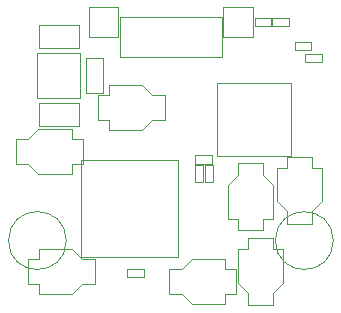
<source format=gbr>
%TF.GenerationSoftware,KiCad,Pcbnew,6.0.9*%
%TF.CreationDate,2022-12-15T21:13:34+01:00*%
%TF.ProjectId,Expansion_Card,45787061-6e73-4696-9f6e-5f436172642e,X1*%
%TF.SameCoordinates,Original*%
%TF.FileFunction,Other,User*%
%FSLAX46Y46*%
G04 Gerber Fmt 4.6, Leading zero omitted, Abs format (unit mm)*
G04 Created by KiCad (PCBNEW 6.0.9) date 2022-12-15 21:13:34*
%MOMM*%
%LPD*%
G01*
G04 APERTURE LIST*
%ADD10C,0.050000*%
G04 APERTURE END LIST*
D10*
%TO.C,U3*%
X140625000Y-147900000D02*
X140625000Y-139700000D01*
X140625000Y-139700000D02*
X132425000Y-139700000D01*
X132425000Y-147900000D02*
X140625000Y-147900000D01*
X132425000Y-139700000D02*
X132425000Y-147900000D01*
%TO.C,U2*%
X150150000Y-133175000D02*
X143950000Y-133175000D01*
X143950000Y-139375000D02*
X150150000Y-139375000D01*
X143950000Y-133175000D02*
X143950000Y-139375000D01*
X150150000Y-139375000D02*
X150150000Y-133175000D01*
%TO.C,R23*%
X142875000Y-140100000D02*
X143575000Y-140100000D01*
X143575000Y-141500000D02*
X142875000Y-141500000D01*
X143575000Y-140100000D02*
X143575000Y-141500000D01*
X142875000Y-141500000D02*
X142875000Y-140100000D01*
%TO.C,R22*%
X137700000Y-148900000D02*
X137700000Y-149600000D01*
X136300000Y-149600000D02*
X136300000Y-148900000D01*
X137700000Y-149600000D02*
X136300000Y-149600000D01*
X136300000Y-148900000D02*
X137700000Y-148900000D01*
%TO.C,R21*%
X142750000Y-141500000D02*
X142050000Y-141500000D01*
X142050000Y-140100000D02*
X142750000Y-140100000D01*
X142050000Y-141500000D02*
X142050000Y-140100000D01*
X142750000Y-140100000D02*
X142750000Y-141500000D01*
%TO.C,R4*%
X143450000Y-139975000D02*
X142050000Y-139975000D01*
X142050000Y-139275000D02*
X143450000Y-139275000D01*
X143450000Y-139275000D02*
X143450000Y-139975000D01*
X142050000Y-139975000D02*
X142050000Y-139275000D01*
%TO.C,R3*%
X148500000Y-128350000D02*
X147100000Y-128350000D01*
X147100000Y-127650000D02*
X148500000Y-127650000D01*
X148500000Y-127650000D02*
X148500000Y-128350000D01*
X147100000Y-128350000D02*
X147100000Y-127650000D01*
%TO.C,R2*%
X150475000Y-130400000D02*
X150475000Y-129700000D01*
X151875000Y-129700000D02*
X151875000Y-130400000D01*
X150475000Y-129700000D02*
X151875000Y-129700000D01*
X151875000Y-130400000D02*
X150475000Y-130400000D01*
%TO.C,D2*%
X148600000Y-127650000D02*
X150000000Y-127650000D01*
X150000000Y-128350000D02*
X148600000Y-128350000D01*
X150000000Y-127650000D02*
X150000000Y-128350000D01*
X148600000Y-128350000D02*
X148600000Y-127650000D01*
%TO.C,D1*%
X151400000Y-130700000D02*
X152800000Y-130700000D01*
X152800000Y-131400000D02*
X151400000Y-131400000D01*
X152800000Y-130700000D02*
X152800000Y-131400000D01*
X151400000Y-131400000D02*
X151400000Y-130700000D01*
%TO.C,C19*%
X145725000Y-150055000D02*
X145725000Y-147225000D01*
X145725000Y-147225000D02*
X146575000Y-147225000D01*
X146575000Y-146275000D02*
X148675000Y-146275000D01*
X146575000Y-147225000D02*
X146575000Y-146275000D01*
X148675000Y-150905000D02*
X149525000Y-150055000D01*
X146575000Y-151975000D02*
X148675000Y-151975000D01*
X149525000Y-150055000D02*
X149525000Y-147225000D01*
X146575000Y-150905000D02*
X146575000Y-151975000D01*
X148675000Y-146275000D02*
X148675000Y-147225000D01*
X148675000Y-151975000D02*
X148675000Y-150905000D01*
X146575000Y-150905000D02*
X145725000Y-150055000D01*
X148675000Y-147225000D02*
X149525000Y-147225000D01*
%TO.C,C16*%
X134750000Y-134150000D02*
X134750000Y-133300000D01*
X138430000Y-136250000D02*
X137580000Y-137100000D01*
X139500000Y-134150000D02*
X138430000Y-134150000D01*
X133800000Y-134150000D02*
X134750000Y-134150000D01*
X138430000Y-136250000D02*
X139500000Y-136250000D01*
X137580000Y-133300000D02*
X134750000Y-133300000D01*
X139500000Y-136250000D02*
X139500000Y-134150000D01*
X138430000Y-134150000D02*
X137580000Y-133300000D01*
X134750000Y-136250000D02*
X133800000Y-136250000D01*
X133800000Y-136250000D02*
X133800000Y-134150000D01*
X134750000Y-137100000D02*
X134750000Y-136250000D01*
X137580000Y-137100000D02*
X134750000Y-137100000D01*
%TO.C,C15*%
X131625000Y-140025000D02*
X131625000Y-140875000D01*
X127945000Y-137925000D02*
X128795000Y-137075000D01*
X126875000Y-140025000D02*
X127945000Y-140025000D01*
X132575000Y-140025000D02*
X131625000Y-140025000D01*
X127945000Y-137925000D02*
X126875000Y-137925000D01*
X128795000Y-140875000D02*
X131625000Y-140875000D01*
X126875000Y-137925000D02*
X126875000Y-140025000D01*
X127945000Y-140025000D02*
X128795000Y-140875000D01*
X131625000Y-137925000D02*
X132575000Y-137925000D01*
X132575000Y-137925000D02*
X132575000Y-140025000D01*
X131625000Y-137075000D02*
X131625000Y-137925000D01*
X128795000Y-137075000D02*
X131625000Y-137075000D01*
%TO.C,C6*%
X148975000Y-143180000D02*
X148975000Y-140350000D01*
X148975000Y-140350000D02*
X149825000Y-140350000D01*
X149825000Y-139400000D02*
X151925000Y-139400000D01*
X149825000Y-140350000D02*
X149825000Y-139400000D01*
X151925000Y-144030000D02*
X152775000Y-143180000D01*
X149825000Y-145100000D02*
X151925000Y-145100000D01*
X152775000Y-143180000D02*
X152775000Y-140350000D01*
X149825000Y-144030000D02*
X149825000Y-145100000D01*
X151925000Y-139400000D02*
X151925000Y-140350000D01*
X151925000Y-145100000D02*
X151925000Y-144030000D01*
X149825000Y-144030000D02*
X148975000Y-143180000D01*
X151925000Y-140350000D02*
X152775000Y-140350000D01*
%TO.C,C5*%
X148675000Y-141820000D02*
X148675000Y-144650000D01*
X148675000Y-144650000D02*
X147825000Y-144650000D01*
X147825000Y-145600000D02*
X145725000Y-145600000D01*
X147825000Y-144650000D02*
X147825000Y-145600000D01*
X145725000Y-140970000D02*
X144875000Y-141820000D01*
X147825000Y-139900000D02*
X145725000Y-139900000D01*
X144875000Y-141820000D02*
X144875000Y-144650000D01*
X147825000Y-140970000D02*
X147825000Y-139900000D01*
X145725000Y-145600000D02*
X145725000Y-144650000D01*
X145725000Y-139900000D02*
X145725000Y-140970000D01*
X147825000Y-140970000D02*
X148675000Y-141820000D01*
X145725000Y-144650000D02*
X144875000Y-144650000D01*
%TO.C,C4*%
X141770000Y-148075000D02*
X144600000Y-148075000D01*
X144600000Y-148075000D02*
X144600000Y-148925000D01*
X145550000Y-148925000D02*
X145550000Y-151025000D01*
X144600000Y-148925000D02*
X145550000Y-148925000D01*
X140920000Y-151025000D02*
X141770000Y-151875000D01*
X139850000Y-148925000D02*
X139850000Y-151025000D01*
X141770000Y-151875000D02*
X144600000Y-151875000D01*
X140920000Y-148925000D02*
X139850000Y-148925000D01*
X145550000Y-151025000D02*
X144600000Y-151025000D01*
X139850000Y-151025000D02*
X140920000Y-151025000D01*
X140920000Y-148925000D02*
X141770000Y-148075000D01*
X144600000Y-151025000D02*
X144600000Y-151875000D01*
%TO.C,C3*%
X131655000Y-151050000D02*
X128825000Y-151050000D01*
X128825000Y-151050000D02*
X128825000Y-150200000D01*
X127875000Y-150200000D02*
X127875000Y-148100000D01*
X128825000Y-150200000D02*
X127875000Y-150200000D01*
X132505000Y-148100000D02*
X131655000Y-147250000D01*
X133575000Y-150200000D02*
X133575000Y-148100000D01*
X131655000Y-147250000D02*
X128825000Y-147250000D01*
X132505000Y-150200000D02*
X133575000Y-150200000D01*
X127875000Y-148100000D02*
X128825000Y-148100000D01*
X133575000Y-148100000D02*
X132505000Y-148100000D01*
X132505000Y-150200000D02*
X131655000Y-151050000D01*
X128825000Y-148100000D02*
X128825000Y-147250000D01*
%TO.C,R1*%
X134270000Y-133980000D02*
X132810000Y-133980000D01*
X132810000Y-131020000D02*
X134270000Y-131020000D01*
X134270000Y-131020000D02*
X134270000Y-133980000D01*
X132810000Y-133980000D02*
X132810000Y-131020000D01*
%TO.C,C2*%
X128800000Y-136782000D02*
X128800000Y-134822000D01*
X132200000Y-134822000D02*
X132200000Y-136782000D01*
X132200000Y-136782000D02*
X128800000Y-136782000D01*
X128800000Y-134822000D02*
X132200000Y-134822000D01*
%TO.C,U1*%
X132300000Y-130600000D02*
X132300000Y-134400000D01*
X132300000Y-134400000D02*
X128700000Y-134400000D01*
X128700000Y-134400000D02*
X128700000Y-130600000D01*
X128700000Y-130600000D02*
X132300000Y-130600000D01*
%TO.C,C1*%
X128800000Y-130178000D02*
X128800000Y-128218000D01*
X132200000Y-128218000D02*
X132200000Y-130178000D01*
X132200000Y-130178000D02*
X128800000Y-130178000D01*
X128800000Y-128218000D02*
X132200000Y-128218000D01*
%TO.C,P1*%
X144300000Y-130960000D02*
X135700000Y-130960000D01*
X135700000Y-130960000D02*
X135700000Y-127540000D01*
X144300000Y-130960000D02*
X144300000Y-127540000D01*
X144300000Y-127540000D02*
X135700000Y-127540000D01*
%TO.C,H1*%
X131150000Y-146500000D02*
G75*
G03*
X131150000Y-146500000I-2450000J0D01*
G01*
%TO.C,H2*%
X153750000Y-146500000D02*
G75*
G03*
X153750000Y-146500000I-2450000J0D01*
G01*
%TO.C,TP1*%
X133050000Y-126750000D02*
X135550000Y-126750000D01*
X135550000Y-129250000D02*
X135550000Y-126750000D01*
X133050000Y-126750000D02*
X133050000Y-129250000D01*
X135550000Y-129250000D02*
X133050000Y-129250000D01*
%TO.C,TP3*%
X146950000Y-129250000D02*
X146950000Y-126750000D01*
X144450000Y-126750000D02*
X146950000Y-126750000D01*
X146950000Y-129250000D02*
X144450000Y-129250000D01*
X144450000Y-126750000D02*
X144450000Y-129250000D01*
%TD*%
M02*

</source>
